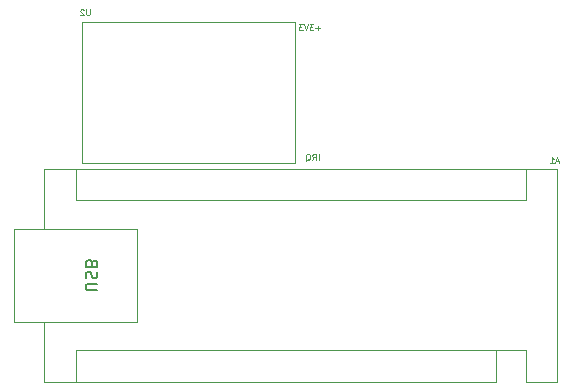
<source format=gbr>
%TF.GenerationSoftware,KiCad,Pcbnew,(6.0.9)*%
%TF.CreationDate,2023-05-28T23:14:04+10:00*%
%TF.ProjectId,SumoNyxPCB2.0,53756d6f-4e79-4785-9043-42322e302e6b,rev?*%
%TF.SameCoordinates,Original*%
%TF.FileFunction,Legend,Bot*%
%TF.FilePolarity,Positive*%
%FSLAX46Y46*%
G04 Gerber Fmt 4.6, Leading zero omitted, Abs format (unit mm)*
G04 Created by KiCad (PCBNEW (6.0.9)) date 2023-05-28 23:14:04*
%MOMM*%
%LPD*%
G01*
G04 APERTURE LIST*
%ADD10C,0.100000*%
%ADD11C,0.150000*%
%ADD12C,0.120000*%
G04 APERTURE END LIST*
D10*
X181011904Y-79476190D02*
X181011904Y-78976190D01*
X180488095Y-79476190D02*
X180654761Y-79238095D01*
X180773809Y-79476190D02*
X180773809Y-78976190D01*
X180583333Y-78976190D01*
X180535714Y-79000000D01*
X180511904Y-79023809D01*
X180488095Y-79071428D01*
X180488095Y-79142857D01*
X180511904Y-79190476D01*
X180535714Y-79214285D01*
X180583333Y-79238095D01*
X180773809Y-79238095D01*
X179940476Y-79523809D02*
X179988095Y-79500000D01*
X180035714Y-79452380D01*
X180107142Y-79380952D01*
X180154761Y-79357142D01*
X180202380Y-79357142D01*
X180178571Y-79476190D02*
X180226190Y-79452380D01*
X180273809Y-79404761D01*
X180297619Y-79309523D01*
X180297619Y-79142857D01*
X180273809Y-79047619D01*
X180226190Y-79000000D01*
X180178571Y-78976190D01*
X180083333Y-78976190D01*
X180035714Y-79000000D01*
X179988095Y-79047619D01*
X179964285Y-79142857D01*
X179964285Y-79309523D01*
X179988095Y-79404761D01*
X180035714Y-79452380D01*
X180083333Y-79476190D01*
X180178571Y-79476190D01*
X181130952Y-68285714D02*
X180750000Y-68285714D01*
X180940476Y-68476190D02*
X180940476Y-68095238D01*
X180559523Y-67976190D02*
X180250000Y-67976190D01*
X180416666Y-68166666D01*
X180345238Y-68166666D01*
X180297619Y-68190476D01*
X180273809Y-68214285D01*
X180250000Y-68261904D01*
X180250000Y-68380952D01*
X180273809Y-68428571D01*
X180297619Y-68452380D01*
X180345238Y-68476190D01*
X180488095Y-68476190D01*
X180535714Y-68452380D01*
X180559523Y-68428571D01*
X180107142Y-67976190D02*
X179940476Y-68476190D01*
X179773809Y-67976190D01*
X179654761Y-67976190D02*
X179345238Y-67976190D01*
X179511904Y-68166666D01*
X179440476Y-68166666D01*
X179392857Y-68190476D01*
X179369047Y-68214285D01*
X179345238Y-68261904D01*
X179345238Y-68380952D01*
X179369047Y-68428571D01*
X179392857Y-68452380D01*
X179440476Y-68476190D01*
X179583333Y-68476190D01*
X179630952Y-68452380D01*
X179654761Y-68428571D01*
%TO.C,A1*%
X201357142Y-79583333D02*
X201119047Y-79583333D01*
X201404761Y-79726190D02*
X201238095Y-79226190D01*
X201071428Y-79726190D01*
X200642857Y-79726190D02*
X200928571Y-79726190D01*
X200785714Y-79726190D02*
X200785714Y-79226190D01*
X200833333Y-79297619D01*
X200880952Y-79345238D01*
X200928571Y-79369047D01*
D11*
X162287619Y-90501904D02*
X161478095Y-90501904D01*
X161382857Y-90454285D01*
X161335238Y-90406666D01*
X161287619Y-90311428D01*
X161287619Y-90120952D01*
X161335238Y-90025714D01*
X161382857Y-89978095D01*
X161478095Y-89930476D01*
X162287619Y-89930476D01*
X161335238Y-89501904D02*
X161287619Y-89359047D01*
X161287619Y-89120952D01*
X161335238Y-89025714D01*
X161382857Y-88978095D01*
X161478095Y-88930476D01*
X161573333Y-88930476D01*
X161668571Y-88978095D01*
X161716190Y-89025714D01*
X161763809Y-89120952D01*
X161811428Y-89311428D01*
X161859047Y-89406666D01*
X161906666Y-89454285D01*
X162001904Y-89501904D01*
X162097142Y-89501904D01*
X162192380Y-89454285D01*
X162240000Y-89406666D01*
X162287619Y-89311428D01*
X162287619Y-89073333D01*
X162240000Y-88930476D01*
X161811428Y-88168571D02*
X161763809Y-88025714D01*
X161716190Y-87978095D01*
X161620952Y-87930476D01*
X161478095Y-87930476D01*
X161382857Y-87978095D01*
X161335238Y-88025714D01*
X161287619Y-88120952D01*
X161287619Y-88501904D01*
X162287619Y-88501904D01*
X162287619Y-88168571D01*
X162240000Y-88073333D01*
X162192380Y-88025714D01*
X162097142Y-87978095D01*
X162001904Y-87978095D01*
X161906666Y-88025714D01*
X161859047Y-88073333D01*
X161811428Y-88168571D01*
X161811428Y-88501904D01*
D10*
%TO.C,U2*%
X161630952Y-66726190D02*
X161630952Y-67130952D01*
X161607142Y-67178571D01*
X161583333Y-67202380D01*
X161535714Y-67226190D01*
X161440476Y-67226190D01*
X161392857Y-67202380D01*
X161369047Y-67178571D01*
X161345238Y-67130952D01*
X161345238Y-66726190D01*
X161130952Y-66773809D02*
X161107142Y-66750000D01*
X161059523Y-66726190D01*
X160940476Y-66726190D01*
X160892857Y-66750000D01*
X160869047Y-66773809D01*
X160845238Y-66821428D01*
X160845238Y-66869047D01*
X160869047Y-66940476D01*
X161154761Y-67226190D01*
X160845238Y-67226190D01*
D12*
%TO.C,A1*%
X201240000Y-98260000D02*
X198570000Y-98260000D01*
X201240000Y-80220000D02*
X201240000Y-98260000D01*
X196030000Y-95590000D02*
X196030000Y-98260000D01*
X198570000Y-82890000D02*
X160470000Y-82890000D01*
X198570000Y-95590000D02*
X198570000Y-98260000D01*
X196030000Y-95590000D02*
X198570000Y-95590000D01*
X157800000Y-80220000D02*
X157800000Y-85300000D01*
X157800000Y-80220000D02*
X201240000Y-80220000D01*
X196030000Y-98260000D02*
X157800000Y-98260000D01*
X160470000Y-95590000D02*
X160470000Y-98260000D01*
X155260000Y-85300000D02*
X155260000Y-93180000D01*
X198570000Y-82890000D02*
X198570000Y-80220000D01*
X165680000Y-85300000D02*
X155260000Y-85300000D01*
X155260000Y-93180000D02*
X165680000Y-93180000D01*
X196030000Y-95590000D02*
X160470000Y-95590000D01*
X165680000Y-93180000D02*
X165680000Y-85300000D01*
X160470000Y-82890000D02*
X160470000Y-80220000D01*
X157800000Y-98260000D02*
X157800000Y-93180000D01*
%TO.C,U2*%
X179000000Y-67750000D02*
X161000000Y-67750000D01*
X161000000Y-67750000D02*
X161000000Y-79750000D01*
X161000000Y-79750000D02*
X179000000Y-79750000D01*
X179000000Y-79750000D02*
X179000000Y-67750000D01*
%TD*%
M02*

</source>
